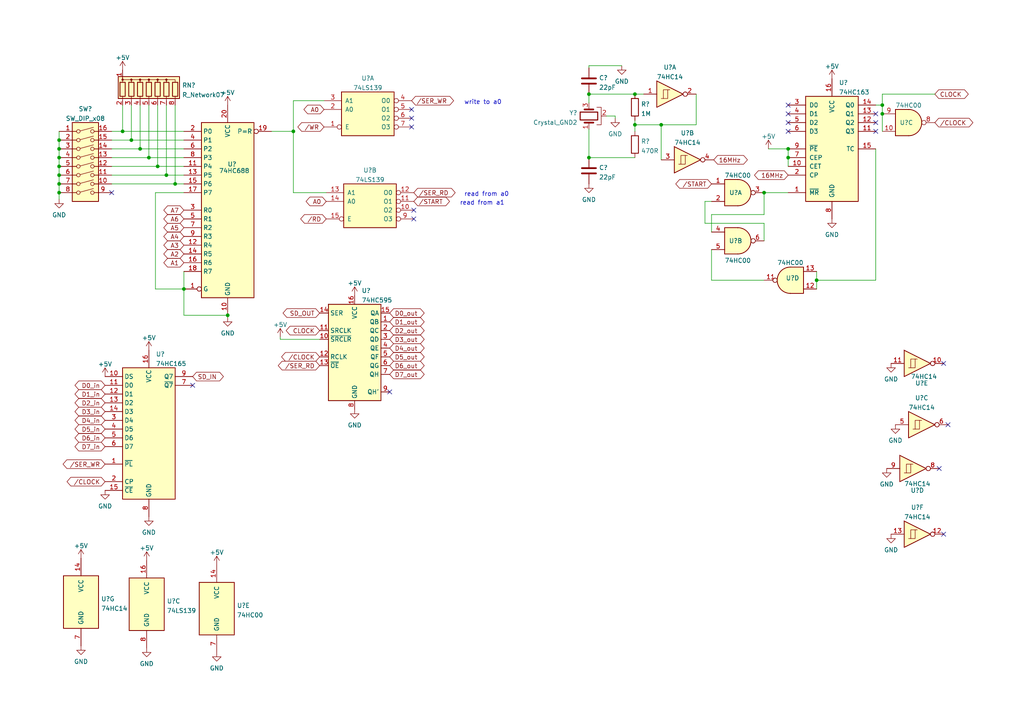
<source format=kicad_sch>
(kicad_sch (version 20211123) (generator eeschema)
  (paper "A4")
  (lib_symbols
    (symbol "74xx:74HC14" (pin_names (offset 1.016))
      (property "Reference" "U" (at 0 1.27 0))
      (property "Value" "74HC14" (at 0 -1.27 0))
      (symbol "74HC14_1_0"
        (polyline (pts (xy -3.81 3.81) (xy -3.81 -3.81) (xy 3.81 0) (xy -3.81 3.81)) (stroke (width 0.254)) (fill (type background)))
        (pin input line (at -7.62 0 0) (length 3.81) (name "~") (number "1"))
        (pin output inverted (at 7.62 0 180) (length 3.81) (name "~") (number "2"))
      )
      (symbol "74HC14_1_1"
        (polyline (pts (xy -1.905 -1.27) (xy -1.905 1.27) (xy -0.635 1.27)))
        (polyline (pts (xy -2.54 -1.27) (xy -0.635 -1.27) (xy -0.635 1.27) (xy 0 1.27)))
      )
      (symbol "74HC14_2_0"
        (polyline (pts (xy -3.81 3.81) (xy -3.81 -3.81) (xy 3.81 0) (xy -3.81 3.81)) (stroke (width 0.254)) (fill (type background)))
        (pin input line (at -7.62 0 0) (length 3.81) (name "~") (number "3"))
        (pin output inverted (at 7.62 0 180) (length 3.81) (name "~") (number "4"))
      )
      (symbol "74HC14_2_1"
        (polyline (pts (xy -1.905 -1.27) (xy -1.905 1.27) (xy -0.635 1.27)))
        (polyline (pts (xy -2.54 -1.27) (xy -0.635 -1.27) (xy -0.635 1.27) (xy 0 1.27)))
      )
      (symbol "74HC14_3_0"
        (polyline (pts (xy -3.81 3.81) (xy -3.81 -3.81) (xy 3.81 0) (xy -3.81 3.81)) (stroke (width 0.254)) (fill (type background)))
        (pin input line (at -7.62 0 0) (length 3.81) (name "~") (number "5"))
        (pin output inverted (at 7.62 0 180) (length 3.81) (name "~") (number "6"))
      )
      (symbol "74HC14_3_1"
        (polyline (pts (xy -1.905 -1.27) (xy -1.905 1.27) (xy -0.635 1.27)))
        (polyline (pts (xy -2.54 -1.27) (xy -0.635 -1.27) (xy -0.635 1.27) (xy 0 1.27)))
      )
      (symbol "74HC14_4_0"
        (polyline (pts (xy -3.81 3.81) (xy -3.81 -3.81) (xy 3.81 0) (xy -3.81 3.81)) (stroke (width 0.254)) (fill (type background)))
        (pin output inverted (at 7.62 0 180) (length 3.81) (name "~") (number "8"))
        (pin input line (at -7.62 0 0) (length 3.81) (name "~") (number "9"))
      )
      (symbol "74HC14_4_1"
        (polyline (pts (xy -1.905 -1.27) (xy -1.905 1.27) (xy -0.635 1.27)))
        (polyline (pts (xy -2.54 -1.27) (xy -0.635 -1.27) (xy -0.635 1.27) (xy 0 1.27)))
      )
      (symbol "74HC14_5_0"
        (polyline (pts (xy -3.81 3.81) (xy -3.81 -3.81) (xy 3.81 0) (xy -3.81 3.81)) (stroke (width 0.254)) (fill (type background)))
        (pin output inverted (at 7.62 0 180) (length 3.81) (name "~") (number "10"))
        (pin input line (at -7.62 0 0) (length 3.81) (name "~") (number "11"))
      )
      (symbol "74HC14_5_1"
        (polyline (pts (xy -1.905 -1.27) (xy -1.905 1.27) (xy -0.635 1.27)))
        (polyline (pts (xy -2.54 -1.27) (xy -0.635 -1.27) (xy -0.635 1.27) (xy 0 1.27)))
      )
      (symbol "74HC14_6_0"
        (polyline (pts (xy -3.81 3.81) (xy -3.81 -3.81) (xy 3.81 0) (xy -3.81 3.81)) (stroke (width 0.254)) (fill (type background)))
        (pin output inverted (at 7.62 0 180) (length 3.81) (name "~") (number "12"))
        (pin input line (at -7.62 0 0) (length 3.81) (name "~") (number "13"))
      )
      (symbol "74HC14_6_1"
        (polyline (pts (xy -1.905 -1.27) (xy -1.905 1.27) (xy -0.635 1.27)))
        (polyline (pts (xy -2.54 -1.27) (xy -0.635 -1.27) (xy -0.635 1.27) (xy 0 1.27)))
      )
      (symbol "74HC14_7_0"
        (pin power_in line (at 0 12.7 270) (length 5.08) (name "VCC") (number "14"))
        (pin power_in line (at 0 -12.7 90) (length 5.08) (name "GND") (number "7"))
      )
      (symbol "74HC14_7_1"
        (rectangle (start -5.08 7.62) (end 5.08 -7.62) (stroke (width 0.254)) (fill (type background)))
      )
    )
    (symbol "74xx:74HC688"
      (property "Reference" "U" (at -7.62 26.67 0))
      (property "Value" "74HC688" (at -7.62 -26.67 0))
      (symbol "74HC688_1_0"
        (pin input inverted (at -12.7 -22.86 0) (length 5.08) (name "G") (number "1"))
        (pin power_in line (at 0 -30.48 90) (length 5.08) (name "GND") (number "10"))
        (pin input line (at -12.7 12.7 0) (length 5.08) (name "P4") (number "11"))
        (pin input line (at -12.7 -10.16 0) (length 5.08) (name "R4") (number "12"))
        (pin input line (at -12.7 10.16 0) (length 5.08) (name "P5") (number "13"))
        (pin input line (at -12.7 -12.7 0) (length 5.08) (name "R5") (number "14"))
        (pin input line (at -12.7 7.62 0) (length 5.08) (name "P6") (number "15"))
        (pin input line (at -12.7 -15.24 0) (length 5.08) (name "R6") (number "16"))
        (pin input line (at -12.7 5.08 0) (length 5.08) (name "P7") (number "17"))
        (pin input line (at -12.7 -17.78 0) (length 5.08) (name "R7") (number "18"))
        (pin output inverted (at 12.7 22.86 180) (length 5.08) (name "P=R") (number "19"))
        (pin input line (at -12.7 22.86 0) (length 5.08) (name "P0") (number "2"))
        (pin power_in line (at 0 30.48 270) (length 5.08) (name "VCC") (number "20"))
        (pin input line (at -12.7 0 0) (length 5.08) (name "R0") (number "3"))
        (pin input line (at -12.7 20.32 0) (length 5.08) (name "P1") (number "4"))
        (pin input line (at -12.7 -2.54 0) (length 5.08) (name "R1") (number "5"))
        (pin input line (at -12.7 17.78 0) (length 5.08) (name "P2") (number "6"))
        (pin input line (at -12.7 -5.08 0) (length 5.08) (name "R2") (number "7"))
        (pin input line (at -12.7 15.24 0) (length 5.08) (name "P3") (number "8"))
        (pin input line (at -12.7 -7.62 0) (length 5.08) (name "R3") (number "9"))
      )
      (symbol "74HC688_1_1"
        (rectangle (start -7.62 25.4) (end 7.62 -25.4) (stroke (width 0.254)) (fill (type background)))
      )
    )
    (symbol "74xx:74LS00" (pin_names (offset 1.016))
      (property "Reference" "U" (at 0 1.27 0))
      (property "Value" "74LS00" (at 0 -1.27 0))
      (symbol "74LS00_1_1"
        (arc (start 0 -3.81) (mid 3.81 0) (end 0 3.81) (stroke (width 0.254)) (fill (type background)))
        (polyline (pts (xy 0 3.81) (xy -3.81 3.81) (xy -3.81 -3.81) (xy 0 -3.81)) (stroke (width 0.254)) (fill (type background)))
        (pin input line (at -7.62 2.54 0) (length 3.81) (name "~") (number "1"))
        (pin input line (at -7.62 -2.54 0) (length 3.81) (name "~") (number "2"))
        (pin output inverted (at 7.62 0 180) (length 3.81) (name "~") (number "3"))
      )
      (symbol "74LS00_1_2"
        (arc (start -3.81 -3.81) (mid -2.589 0) (end -3.81 3.81) (stroke (width 0.254)))
        (arc (start -0.6096 -3.81) (mid 2.1855 -2.584) (end 3.81 0) (stroke (width 0.254)) (fill (type background)))
        (polyline (pts (xy -3.81 -3.81) (xy -0.635 -3.81)) (stroke (width 0.254)) (fill (type background)))
        (polyline (pts (xy -3.81 3.81) (xy -0.635 3.81)) (stroke (width 0.254)) (fill (type background)))
        (polyline (pts (xy -0.635 3.81) (xy -3.81 3.81) (xy -3.81 3.81) (xy -3.556 3.4036) (xy -3.0226 2.2606) (xy -2.6924 1.0414) (xy -2.6162 -0.254) (xy -2.7686 -1.4986) (xy -3.175 -2.7178) (xy -3.81 -3.81) (xy -3.81 -3.81) (xy -0.635 -3.81)) (stroke (width -25.4)) (fill (type background)))
        (arc (start 3.81 0) (mid 2.1928 2.5925) (end -0.6096 3.81) (stroke (width 0.254)) (fill (type background)))
        (pin input inverted (at -7.62 2.54 0) (length 4.318) (name "~") (number "1"))
        (pin input inverted (at -7.62 -2.54 0) (length 4.318) (name "~") (number "2"))
        (pin output line (at 7.62 0 180) (length 3.81) (name "~") (number "3"))
      )
      (symbol "74LS00_2_1"
        (arc (start 0 -3.81) (mid 3.81 0) (end 0 3.81) (stroke (width 0.254)) (fill (type background)))
        (polyline (pts (xy 0 3.81) (xy -3.81 3.81) (xy -3.81 -3.81) (xy 0 -3.81)) (stroke (width 0.254)) (fill (type background)))
        (pin input line (at -7.62 2.54 0) (length 3.81) (name "~") (number "4"))
        (pin input line (at -7.62 -2.54 0) (length 3.81) (name "~") (number "5"))
        (pin output inverted (at 7.62 0 180) (length 3.81) (name "~") (number "6"))
      )
      (symbol "74LS00_2_2"
        (arc (start -3.81 -3.81) (mid -2.589 0) (end -3.81 3.81) (stroke (width 0.254)))
        (arc (start -0.6096 -3.81) (mid 2.1855 -2.584) (end 3.81 0) (stroke (width 0.254)) (fill (type background)))
        (polyline (pts (xy -3.81 -3.81) (xy -0.635 -3.81)) (stroke (width 0.254)) (fill (type background)))
        (polyline (pts (xy -3.81 3.81) (xy -0.635 3.81)) (stroke (width 0.254)) (fill (type background)))
        (polyline (pts (xy -0.635 3.81) (xy -3.81 3.81) (xy -3.81 3.81) (xy -3.556 3.4036) (xy -3.0226 2.2606) (xy -2.6924 1.0414) (xy -2.6162 -0.254) (xy -2.7686 -1.4986) (xy -3.175 -2.7178) (xy -3.81 -3.81) (xy -3.81 -3.81) (xy -0.635 -3.81)) (stroke (width -25.4)) (fill (type background)))
        (arc (start 3.81 0) (mid 2.1928 2.5925) (end -0.6096 3.81) (stroke (width 0.254)) (fill (type background)))
        (pin input inverted (at -7.62 2.54 0) (length 4.318) (name "~") (number "4"))
        (pin input inverted (at -7.62 -2.54 0) (length 4.318) (name "~") (number "5"))
        (pin output line (at 7.62 0 180) (length 3.81) (name "~") (number "6"))
      )
      (symbol "74LS00_3_1"
        (arc (start 0 -3.81) (mid 3.81 0) (end 0 3.81) (stroke (width 0.254)) (fill (type background)))
        (polyline (pts (xy 0 3.81) (xy -3.81 3.81) (xy -3.81 -3.81) (xy 0 -3.81)) (stroke (width 0.254)) (fill (type background)))
        (pin input line (at -7.62 -2.54 0) (length 3.81) (name "~") (number "10"))
        (pin output inverted (at 7.62 0 180) (length 3.81) (name "~") (number "8"))
        (pin input line (at -7.62 2.54 0) (length 3.81) (name "~") (number "9"))
      )
      (symbol "74LS00_3_2"
        (arc (start -3.81 -3.81) (mid -2.589 0) (end -3.81 3.81) (stroke (width 0.254)))
        (arc (start -0.6096 -3.81) (mid 2.1855 -2.584) (end 3.81 0) (stroke (width 0.254)) (fill (type background)))
        (polyline (pts (xy -3.81 -3.81) (xy -0.635 -3.81)) (stroke (width 0.254)) (fill (type background)))
        (polyline (pts (xy -3.81 3.81) (xy -0.635 3.81)) (stroke (width 0.254)) (fill (type background)))
        (polyline (pts (xy -0.635 3.81) (xy -3.81 3.81) (xy -3.81 3.81) (xy -3.556 3.4036) (xy -3.0226 2.2606) (xy -2.6924 1.0414) (xy -2.6162 -0.254) (xy -2.7686 -1.4986) (xy -3.175 -2.7178) (xy -3.81 -3.81) (xy -3.81 -3.81) (xy -0.635 -3.81)) (stroke (width -25.4)) (fill (type background)))
        (arc (start 3.81 0) (mid 2.1928 2.5925) (end -0.6096 3.81) (stroke (width 0.254)) (fill (type background)))
        (pin input inverted (at -7.62 -2.54 0) (length 4.318) (name "~") (number "10"))
        (pin output line (at 7.62 0 180) (length 3.81) (name "~") (number "8"))
        (pin input inverted (at -7.62 2.54 0) (length 4.318) (name "~") (number "9"))
      )
      (symbol "74LS00_4_1"
        (arc (start 0 -3.81) (mid 3.81 0) (end 0 3.81) (stroke (width 0.254)) (fill (type background)))
        (polyline (pts (xy 0 3.81) (xy -3.81 3.81) (xy -3.81 -3.81) (xy 0 -3.81)) (stroke (width 0.254)) (fill (type background)))
        (pin output inverted (at 7.62 0 180) (length 3.81) (name "~") (number "11"))
        (pin input line (at -7.62 2.54 0) (length 3.81) (name "~") (number "12"))
        (pin input line (at -7.62 -2.54 0) (length 3.81) (name "~") (number "13"))
      )
      (symbol "74LS00_4_2"
        (arc (start -3.81 -3.81) (mid -2.589 0) (end -3.81 3.81) (stroke (width 0.254)))
        (arc (start -0.6096 -3.81) (mid 2.1855 -2.584) (end 3.81 0) (stroke (width 0.254)) (fill (type background)))
        (polyline (pts (xy -3.81 -3.81) (xy -0.635 -3.81)) (stroke (width 0.254)) (fill (type background)))
        (polyline (pts (xy -3.81 3.81) (xy -0.635 3.81)) (stroke (width 0.254)) (fill (type background)))
        (polyline (pts (xy -0.635 3.81) (xy -3.81 3.81) (xy -3.81 3.81) (xy -3.556 3.4036) (xy -3.0226 2.2606) (xy -2.6924 1.0414) (xy -2.6162 -0.254) (xy -2.7686 -1.4986) (xy -3.175 -2.7178) (xy -3.81 -3.81) (xy -3.81 -3.81) (xy -0.635 -3.81)) (stroke (width -25.4)) (fill (type background)))
        (arc (start 3.81 0) (mid 2.1928 2.5925) (end -0.6096 3.81) (stroke (width 0.254)) (fill (type background)))
        (pin output line (at 7.62 0 180) (length 3.81) (name "~") (number "11"))
        (pin input inverted (at -7.62 2.54 0) (length 4.318) (name "~") (number "12"))
        (pin input inverted (at -7.62 -2.54 0) (length 4.318) (name "~") (number "13"))
      )
      (symbol "74LS00_5_0"
        (pin power_in line (at 0 12.7 270) (length 5.08) (name "VCC") (number "14"))
        (pin power_in line (at 0 -12.7 90) (length 5.08) (name "GND") (number "7"))
      )
      (symbol "74LS00_5_1"
        (rectangle (start -5.08 7.62) (end 5.08 -7.62) (stroke (width 0.254)) (fill (type background)))
      )
    )
    (symbol "74xx:74LS139" (pin_names (offset 1.016))
      (property "Reference" "U" (at -7.62 8.89 0))
      (property "Value" "74LS139" (at -7.62 -8.89 0))
      (symbol "74LS139_1_0"
        (pin input inverted (at -12.7 -5.08 0) (length 5.08) (name "E") (number "1"))
        (pin input line (at -12.7 0 0) (length 5.08) (name "A0") (number "2"))
        (pin input line (at -12.7 2.54 0) (length 5.08) (name "A1") (number "3"))
        (pin output inverted (at 12.7 2.54 180) (length 5.08) (name "O0") (number "4"))
        (pin output inverted (at 12.7 0 180) (length 5.08) (name "O1") (number "5"))
        (pin output inverted (at 12.7 -2.54 180) (length 5.08) (name "O2") (number "6"))
        (pin output inverted (at 12.7 -5.08 180) (length 5.08) (name "O3") (number "7"))
      )
      (symbol "74LS139_1_1"
        (rectangle (start -7.62 5.08) (end 7.62 -7.62) (stroke (width 0.254)) (fill (type background)))
      )
      (symbol "74LS139_2_0"
        (pin output inverted (at 12.7 -2.54 180) (length 5.08) (name "O2") (number "10"))
        (pin output inverted (at 12.7 0 180) (length 5.08) (name "O1") (number "11"))
        (pin output inverted (at 12.7 2.54 180) (length 5.08) (name "O0") (number "12"))
        (pin input line (at -12.7 2.54 0) (length 5.08) (name "A1") (number "13"))
        (pin input line (at -12.7 0 0) (length 5.08) (name "A0") (number "14"))
        (pin input inverted (at -12.7 -5.08 0) (length 5.08) (name "E") (number "15"))
        (pin output inverted (at 12.7 -5.08 180) (length 5.08) (name "O3") (number "9"))
      )
      (symbol "74LS139_2_1"
        (rectangle (start -7.62 5.08) (end 7.62 -7.62) (stroke (width 0.254)) (fill (type background)))
      )
      (symbol "74LS139_3_0"
        (pin power_in line (at 0 12.7 270) (length 5.08) (name "VCC") (number "16"))
        (pin power_in line (at 0 -12.7 90) (length 5.08) (name "GND") (number "8"))
      )
      (symbol "74LS139_3_1"
        (rectangle (start -5.08 7.62) (end 5.08 -7.62) (stroke (width 0.254)) (fill (type background)))
      )
    )
    (symbol "74xx:74LS163" (pin_names (offset 1.016))
      (property "Reference" "U" (at -7.62 16.51 0))
      (property "Value" "74LS163" (at -7.62 -16.51 0))
      (symbol "74LS163_1_0"
        (pin input line (at -12.7 -12.7 0) (length 5.08) (name "~{MR}") (number "1"))
        (pin input line (at -12.7 -5.08 0) (length 5.08) (name "CET") (number "10"))
        (pin output line (at 12.7 5.08 180) (length 5.08) (name "Q3") (number "11"))
        (pin output line (at 12.7 7.62 180) (length 5.08) (name "Q2") (number "12"))
        (pin output line (at 12.7 10.16 180) (length 5.08) (name "Q1") (number "13"))
        (pin output line (at 12.7 12.7 180) (length 5.08) (name "Q0") (number "14"))
        (pin output line (at 12.7 0 180) (length 5.08) (name "TC") (number "15"))
        (pin power_in line (at 0 20.32 270) (length 5.08) (name "VCC") (number "16"))
        (pin input line (at -12.7 -7.62 0) (length 5.08) (name "CP") (number "2"))
        (pin input line (at -12.7 12.7 0) (length 5.08) (name "D0") (number "3"))
        (pin input line (at -12.7 10.16 0) (length 5.08) (name "D1") (number "4"))
        (pin input line (at -12.7 7.62 0) (length 5.08) (name "D2") (number "5"))
        (pin input line (at -12.7 5.08 0) (length 5.08) (name "D3") (number "6"))
        (pin input line (at -12.7 -2.54 0) (length 5.08) (name "CEP") (number "7"))
        (pin power_in line (at 0 -20.32 90) (length 5.08) (name "GND") (number "8"))
        (pin input line (at -12.7 0 0) (length 5.08) (name "~{PE}") (number "9"))
      )
      (symbol "74LS163_1_1"
        (rectangle (start -7.62 15.24) (end 7.62 -15.24) (stroke (width 0.254)) (fill (type background)))
      )
    )
    (symbol "74xx:74LS165"
      (property "Reference" "U" (at -7.62 19.05 0))
      (property "Value" "74LS165" (at -7.62 -21.59 0))
      (symbol "74LS165_1_0"
        (pin input line (at -12.7 -10.16 0) (length 5.08) (name "~{PL}") (number "1"))
        (pin input line (at -12.7 15.24 0) (length 5.08) (name "DS") (number "10"))
        (pin input line (at -12.7 12.7 0) (length 5.08) (name "D0") (number "11"))
        (pin input line (at -12.7 10.16 0) (length 5.08) (name "D1") (number "12"))
        (pin input line (at -12.7 7.62 0) (length 5.08) (name "D2") (number "13"))
        (pin input line (at -12.7 5.08 0) (length 5.08) (name "D3") (number "14"))
        (pin input line (at -12.7 -17.78 0) (length 5.08) (name "~{CE}") (number "15"))
        (pin power_in line (at 0 22.86 270) (length 5.08) (name "VCC") (number "16"))
        (pin input line (at -12.7 -15.24 0) (length 5.08) (name "CP") (number "2"))
        (pin input line (at -12.7 2.54 0) (length 5.08) (name "D4") (number "3"))
        (pin input line (at -12.7 0 0) (length 5.08) (name "D5") (number "4"))
        (pin input line (at -12.7 -2.54 0) (length 5.08) (name "D6") (number "5"))
        (pin input line (at -12.7 -5.08 0) (length 5.08) (name "D7") (number "6"))
        (pin output line (at 12.7 12.7 180) (length 5.08) (name "~{Q7}") (number "7"))
        (pin power_in line (at 0 -25.4 90) (length 5.08) (name "GND") (number "8"))
        (pin output line (at 12.7 15.24 180) (length 5.08) (name "Q7") (number "9"))
      )
      (symbol "74LS165_1_1"
        (rectangle (start -7.62 17.78) (end 7.62 -20.32) (stroke (width 0.254)) (fill (type background)))
      )
    )
    (symbol "74xx:74LS595"
      (property "Reference" "U" (at -7.62 13.97 0))
      (property "Value" "74LS595" (at -7.62 -16.51 0))
      (symbol "74LS595_1_0"
        (pin tri_state line (at 10.16 7.62 180) (length 2.54) (name "QB") (number "1"))
        (pin input line (at -10.16 2.54 0) (length 2.54) (name "~{SRCLR}") (number "10"))
        (pin input line (at -10.16 5.08 0) (length 2.54) (name "SRCLK") (number "11"))
        (pin input line (at -10.16 -2.54 0) (length 2.54) (name "RCLK") (number "12"))
        (pin input line (at -10.16 -5.08 0) (length 2.54) (name "~{OE}") (number "13"))
        (pin input line (at -10.16 10.16 0) (length 2.54) (name "SER") (number "14"))
        (pin tri_state line (at 10.16 10.16 180) (length 2.54) (name "QA") (number "15"))
        (pin power_in line (at 0 15.24 270) (length 2.54) (name "VCC") (number "16"))
        (pin tri_state line (at 10.16 5.08 180) (length 2.54) (name "QC") (number "2"))
        (pin tri_state line (at 10.16 2.54 180) (length 2.54) (name "QD") (number "3"))
        (pin tri_state line (at 10.16 0 180) (length 2.54) (name "QE") (number "4"))
        (pin tri_state line (at 10.16 -2.54 180) (length 2.54) (name "QF") (number "5"))
        (pin tri_state line (at 10.16 -5.08 180) (length 2.54) (name "QG") (number "6"))
        (pin tri_state line (at 10.16 -7.62 180) (length 2.54) (name "QH") (number "7"))
        (pin power_in line (at 0 -17.78 90) (length 2.54) (name "GND") (number "8"))
        (pin output line (at 10.16 -12.7 180) (length 2.54) (name "QH'") (number "9"))
      )
      (symbol "74LS595_1_1"
        (rectangle (start -7.62 12.7) (end 7.62 -15.24) (stroke (width 0.254)) (fill (type background)))
      )
    )
    (symbol "Device:C" (pin_numbers hide) (pin_names (offset 0.254))
      (property "Reference" "C" (at 0.635 2.54 0))
      (property "Value" "C" (at 0.635 -2.54 0))
      (symbol "C_0_1"
        (polyline (pts (xy -2.032 -0.762) (xy 2.032 -0.762)) (stroke (width 0.508)))
        (polyline (pts (xy -2.032 0.762) (xy 2.032 0.762)) (stroke (width 0.508)))
      )
      (symbol "C_1_1"
        (pin passive line (at 0 3.81 270) (length 2.794) (name "~") (number "1"))
        (pin passive line (at 0 -3.81 90) (length 2.794) (name "~") (number "2"))
      )
    )
    (symbol "Device:Crystal_GND2" (pin_names (offset 1.016) hide)
      (property "Reference" "Y" (at 0 5.715 0))
      (property "Value" "Crystal_GND2" (at 0 3.81 0))
      (symbol "Crystal_GND2_0_1"
        (rectangle (start -1.143 2.54) (end 1.143 -2.54) (stroke (width 0.3048)))
        (polyline (pts (xy -2.54 0) (xy -1.905 0)))
        (polyline (pts (xy -1.905 -1.27) (xy -1.905 1.27)) (stroke (width 0.508)))
        (polyline (pts (xy 0 -3.81) (xy 0 -3.556)))
        (polyline (pts (xy 1.905 0) (xy 2.54 0)))
        (polyline (pts (xy 1.905 1.27) (xy 1.905 -1.27)) (stroke (width 0.508)))
        (polyline (pts (xy -2.54 -2.286) (xy -2.54 -3.556) (xy 2.54 -3.556) (xy 2.54 -2.286)))
      )
      (symbol "Crystal_GND2_1_1"
        (pin passive line (at -3.81 0 0) (length 1.27) (name "1") (number "1"))
        (pin passive line (at 0 -5.08 90) (length 1.27) (name "2") (number "2"))
        (pin passive line (at 3.81 0 180) (length 1.27) (name "3") (number "3"))
      )
    )
    (symbol "Device:R" (pin_numbers hide) (pin_names (offset 0))
      (property "Reference" "R" (at 2.032 0 90))
      (property "Value" "R" (at 0 0 90))
      (symbol "R_0_1"
        (rectangle (start -1.016 -2.54) (end 1.016 2.54) (stroke (width 0.254)))
      )
      (symbol "R_1_1"
        (pin passive line (at 0 3.81 270) (length 1.27) (name "~") (number "1"))
        (pin passive line (at 0 -3.81 90) (length 1.27) (name "~") (number "2"))
      )
    )
    (symbol "Device:R_Network07" (pin_names (offset 0) hide)
      (property "Reference" "RN" (at -10.16 0 90))
      (property "Value" "R_Network07" (at 10.16 0 90))
      (symbol "R_Network07_0_1"
        (rectangle (start -8.89 -3.175) (end 8.89 3.175) (stroke (width 0.254)) (fill (type background)))
        (rectangle (start -8.382 1.524) (end -6.858 -2.54) (stroke (width 0.254)))
        (circle (center -7.62 2.286) (radius 0.254) (fill (type outline)))
        (rectangle (start -5.842 1.524) (end -4.318 -2.54) (stroke (width 0.254)))
        (circle (center -5.08 2.286) (radius 0.254) (fill (type outline)))
        (rectangle (start -3.302 1.524) (end -1.778 -2.54) (stroke (width 0.254)))
        (circle (center -2.54 2.286) (radius 0.254) (fill (type outline)))
        (rectangle (start -0.762 1.524) (end 0.762 -2.54) (stroke (width 0.254)))
        (polyline (pts (xy -7.62 -2.54) (xy -7.62 -3.81)))
        (polyline (pts (xy -5.08 -2.54) (xy -5.08 -3.81)))
        (polyline (pts (xy -2.54 -2.54) (xy -2.54 -3.81)))
        (polyline (pts (xy 0 -2.54) (xy 0 -3.81)))
        (polyline (pts (xy 2.54 -2.54) (xy 2.54 -3.81)))
        (polyline (pts (xy 5.08 -2.54) (xy 5.08 -3.81)))
        (polyline (pts (xy 7.62 -2.54) (xy 7.62 -3.81)))
        (polyline (pts (xy -7.62 1.524) (xy -7.62 2.286) (xy -5.08 2.286) (xy -5.08 1.524)))
        (polyline (pts (xy -5.08 1.524) (xy -5.08 2.286) (xy -2.54 2.286) (xy -2.54 1.524)))
        (polyline (pts (xy -2.54 1.524) (xy -2.54 2.286) (xy 0 2.286) (xy 0 1.524)))
        (polyline (pts (xy 0 1.524) (xy 0 2.286) (xy 2.54 2.286) (xy 2.54 1.524)))
        (polyline (pts (xy 2.54 1.524) (xy 2.54 2.286) (xy 5.08 2.286) (xy 5.08 1.524)))
        (polyline (pts (xy 5.08 1.524) (xy 5.08 2.286) (xy 7.62 2.286) (xy 7.62 1.524)))
        (circle (center 0 2.286) (radius 0.254) (fill (type outline)))
        (rectangle (start 1.778 1.524) (end 3.302 -2.54) (stroke (width 0.254)))
        (circle (center 2.54 2.286) (radius 0.254) (fill (type outline)))
        (rectangle (start 4.318 1.524) (end 5.842 -2.54) (stroke (width 0.254)))
        (circle (center 5.08 2.286) (radius 0.254) (fill (type outline)))
        (rectangle (start 6.858 1.524) (end 8.382 -2.54) (stroke (width 0.254)))
      )
      (symbol "R_Network07_1_1"
        (pin passive line (at -7.62 5.08 270) (length 2.54) (name "common") (number "1"))
        (pin passive line (at -7.62 -5.08 90) (length 1.27) (name "R1") (number "2"))
        (pin passive line (at -5.08 -5.08 90) (length 1.27) (name "R2") (number "3"))
        (pin passive line (at -2.54 -5.08 90) (length 1.27) (name "R3") (number "4"))
        (pin passive line (at 0 -5.08 90) (length 1.27) (name "R4") (number "5"))
        (pin passive line (at 2.54 -5.08 90) (length 1.27) (name "R5") (number "6"))
        (pin passive line (at 5.08 -5.08 90) (length 1.27) (name "R6") (number "7"))
        (pin passive line (at 7.62 -5.08 90) (length 1.27) (name "R7") (number "8"))
      )
    )
    (symbol "Switch:SW_DIP_x08" (pin_names (offset 0) hide)
      (property "Reference" "SW" (at 0 13.97 0))
      (property "Value" "SW_DIP_x08" (at 0 -11.43 0))
      (symbol "SW_DIP_x08_0_0"
        (circle (center -2.032 -7.62) (radius 0.508))
        (circle (center -2.032 -5.08) (radius 0.508))
        (circle (center -2.032 -2.54) (radius 0.508))
        (circle (center -2.032 0) (radius 0.508))
        (circle (center -2.032 2.54) (radius 0.508))
        (circle (center -2.032 5.08) (radius 0.508))
        (circle (center -2.032 7.62) (radius 0.508))
        (circle (center -2.032 10.16) (radius 0.508))
        (polyline (pts (xy -1.524 -7.4676) (xy 2.3622 -6.4262)))
        (polyline (pts (xy -1.524 -4.9276) (xy 2.3622 -3.8862)))
        (polyline (pts (xy -1.524 -2.3876) (xy 2.3622 -1.3462)))
        (polyline (pts (xy -1.524 0.127) (xy 2.3622 1.1684)))
        (polyline (pts (xy -1.524 2.667) (xy 2.3622 3.7084)))
        (polyline (pts (xy -1.524 5.207) (xy 2.3622 6.2484)))
        (polyline (pts (xy -1.524 7.747) (xy 2.3622 8.7884)))
        (polyline (pts (xy -1.524 10.287) (xy 2.3622 11.3284)))
        (circle (center 2.032 -7.62) (radius 0.508))
        (circle (center 2.032 -5.08) (radius 0.508))
        (circle (center 2.032 -2.54) (radius 0.508))
        (circle (center 2.032 0) (radius 0.508))
        (circle (center 2.032 2.54) (radius 0.508))
        (circle (center 2.032 5.08) (radius 0.508))
        (circle (center 2.032 7.62) (radius 0.508))
        (circle (center 2.032 10.16) (radius 0.508))
      )
      (symbol "SW_DIP_x08_0_1"
        (rectangle (start -3.81 12.7) (end 3.81 -10.16) (stroke (width 0.254)) (fill (type background)))
      )
      (symbol "SW_DIP_x08_1_1"
        (pin passive line (at -7.62 10.16 0) (length 5.08) (name "~") (number "1"))
        (pin passive line (at 7.62 -5.08 180) (length 5.08) (name "~") (number "10"))
        (pin passive line (at 7.62 -2.54 180) (length 5.08) (name "~") (number "11"))
        (pin passive line (at 7.62 0 180) (length 5.08) (name "~") (number "12"))
        (pin passive line (at 7.62 2.54 180) (length 5.08) (name "~") (number "13"))
        (pin passive line (at 7.62 5.08 180) (length 5.08) (name "~") (number "14"))
        (pin passive line (at 7.62 7.62 180) (length 5.08) (name "~") (number "15"))
        (pin passive line (at 7.62 10.16 180) (length 5.08) (name "~") (number "16"))
        (pin passive line (at -7.62 7.62 0) (length 5.08) (name "~") (number "2"))
        (pin passive line (at -7.62 5.08 0) (length 5.08) (name "~") (number "3"))
        (pin passive line (at -7.62 2.54 0) (length 5.08) (name "~") (number "4"))
        (pin passive line (at -7.62 0 0) (length 5.08) (name "~") (number "5"))
        (pin passive line (at -7.62 -2.54 0) (length 5.08) (name "~") (number "6"))
        (pin passive line (at -7.62 -5.08 0) (length 5.08) (name "~") (number "7"))
        (pin passive line (at -7.62 -7.62 0) (length 5.08) (name "~") (number "8"))
        (pin passive line (at 7.62 -7.62 180) (length 5.08) (name "~") (number "9"))
      )
    )
    (symbol "power:+5V" (power) (pin_names (offset 0))
      (property "Value" "+5V" (at 0 3.556 0))
      (symbol "+5V_0_1"
        (polyline (pts (xy -0.762 1.27) (xy 0 2.54)))
        (polyline (pts (xy 0 0) (xy 0 2.54)))
        (polyline (pts (xy 0 2.54) (xy 0.762 1.27)))
      )
      (symbol "+5V_1_1"
        (pin power_in line (at 0 0 90) (length 0) hide (name "+5V") (number "1"))
      )
    )
    (symbol "power:GND" (power) (pin_names (offset 0))
      (property "Value" "GND" (at 0 -3.81 0))
      (symbol "GND_0_1"
        (polyline (pts (xy 0 0) (xy 0 -1.27) (xy 1.27 -1.27) (xy 0 -2.54) (xy -1.27 -1.27) (xy 0 -1.27)))
      )
      (symbol "GND_1_1"
        (pin power_in line (at 0 0 270) (length 0) hide (name "GND") (number "1"))
      )
    )
  )
  (junction (at 170.815 27.305))
  (junction (at 40.64 43.18))
  (junction (at 53.34 83.82))
  (junction (at 184.15 36.195))
  (junction (at 184.15 27.305))
  (junction (at 236.855 81.28))
  (junction (at 255.905 33.02))
  (junction (at 17.145 40.64))
  (junction (at 228.6 45.72))
  (junction (at 191.77 36.195))
  (junction (at 255.905 30.48))
  (junction (at 17.145 43.18))
  (junction (at 45.72 48.26))
  (junction (at 170.815 45.72))
  (junction (at 228.6 43.18))
  (junction (at 17.145 50.8))
  (junction (at 35.56 38.1))
  (junction (at 43.18 45.72))
  (junction (at 85.09 38.1))
  (junction (at 48.26 50.8))
  (junction (at 50.8 53.34))
  (junction (at 221.615 55.88))
  (junction (at 17.145 55.88))
  (junction (at 66.04 91.44))
  (junction (at 17.145 48.26))
  (junction (at 17.145 53.34))
  (junction (at 17.145 45.72))
  (junction (at 38.1 40.64))
  (no_connect (at 228.6 35.56))
  (no_connect (at 228.6 33.02))
  (no_connect (at 254 38.1))
  (no_connect (at 273.685 105.41))
  (no_connect (at 228.6 38.1))
  (no_connect (at 113.03 113.665))
  (no_connect (at 273.685 154.94))
  (no_connect (at 274.955 123.19))
  (no_connect (at 55.88 111.76))
  (no_connect (at 272.415 135.89))
  (no_connect (at 32.385 55.88))
  (no_connect (at 228.6 30.48))
  (no_connect (at 254 33.02))
  (no_connect (at 119.38 31.75))
  (no_connect (at 119.38 34.29))
  (no_connect (at 120.015 60.96))
  (no_connect (at 119.38 36.83))
  (no_connect (at 120.015 63.5))
  (no_connect (at 254 35.56))
  (wire (pts (xy 254 43.18) (xy 254 81.28)))
  (wire (pts (xy 43.18 30.48) (xy 43.18 45.72)))
  (wire (pts (xy 53.34 55.88) (xy 45.085 55.88)))
  (wire (pts (xy 221.615 64.77) (xy 221.615 69.85)))
  (wire (pts (xy 53.34 83.82) (xy 53.34 78.74)))
  (wire (pts (xy 43.18 45.72) (xy 53.34 45.72)))
  (wire (pts (xy 81.28 98.425) (xy 81.28 97.79)))
  (wire (pts (xy 221.615 81.28) (xy 206.375 81.28)))
  (wire (pts (xy 45.085 55.88) (xy 45.085 83.82)))
  (wire (pts (xy 255.905 33.02) (xy 255.905 38.1)))
  (wire (pts (xy 48.26 50.8) (xy 53.34 50.8)))
  (wire (pts (xy 206.375 58.42) (xy 204.47 58.42)))
  (wire (pts (xy 78.74 38.1) (xy 85.09 38.1)))
  (wire (pts (xy 221.615 62.23) (xy 206.375 62.23)))
  (wire (pts (xy 201.93 27.305) (xy 201.93 36.195)))
  (wire (pts (xy 204.47 58.42) (xy 204.47 64.77)))
  (wire (pts (xy 236.855 78.74) (xy 236.855 81.28)))
  (wire (pts (xy 170.815 27.305) (xy 170.815 29.845)))
  (wire (pts (xy 184.15 27.305) (xy 170.815 27.305)))
  (wire (pts (xy 17.145 38.1) (xy 17.145 40.64)))
  (wire (pts (xy 180.34 19.05) (xy 170.815 19.05)))
  (wire (pts (xy 85.09 55.88) (xy 94.615 55.88)))
  (wire (pts (xy 184.15 36.195) (xy 184.15 38.1)))
  (wire (pts (xy 40.64 43.18) (xy 53.34 43.18)))
  (wire (pts (xy 40.64 30.48) (xy 40.64 43.18)))
  (wire (pts (xy 221.615 55.88) (xy 221.615 62.23)))
  (wire (pts (xy 32.385 48.26) (xy 45.72 48.26)))
  (wire (pts (xy 32.385 50.8) (xy 48.26 50.8)))
  (wire (pts (xy 191.77 36.195) (xy 201.93 36.195)))
  (wire (pts (xy 236.855 81.28) (xy 236.855 83.82)))
  (wire (pts (xy 17.145 55.88) (xy 17.145 57.785)))
  (wire (pts (xy 48.26 30.48) (xy 48.26 50.8)))
  (wire (pts (xy 184.15 34.925) (xy 184.15 36.195)))
  (wire (pts (xy 17.145 45.72) (xy 17.145 48.26)))
  (wire (pts (xy 93.98 29.21) (xy 85.09 29.21)))
  (wire (pts (xy 45.085 83.82) (xy 53.34 83.82)))
  (wire (pts (xy 170.815 45.72) (xy 184.15 45.72)))
  (wire (pts (xy 175.895 33.655) (xy 178.435 33.655)))
  (wire (pts (xy 85.09 55.88) (xy 85.09 38.1)))
  (wire (pts (xy 17.145 48.26) (xy 17.145 50.8)))
  (wire (pts (xy 32.385 43.18) (xy 40.64 43.18)))
  (wire (pts (xy 66.04 91.44) (xy 53.34 91.44)))
  (wire (pts (xy 50.8 53.34) (xy 53.34 53.34)))
  (wire (pts (xy 255.905 30.48) (xy 255.905 33.02)))
  (wire (pts (xy 170.815 37.465) (xy 170.815 45.72)))
  (wire (pts (xy 254 30.48) (xy 255.905 30.48)))
  (wire (pts (xy 255.905 27.305) (xy 271.145 27.305)))
  (wire (pts (xy 32.385 38.1) (xy 35.56 38.1)))
  (wire (pts (xy 184.15 27.305) (xy 186.69 27.305)))
  (wire (pts (xy 254 81.28) (xy 236.855 81.28)))
  (wire (pts (xy 206.375 81.28) (xy 206.375 72.39)))
  (wire (pts (xy 85.09 29.21) (xy 85.09 38.1)))
  (wire (pts (xy 221.615 55.88) (xy 228.6 55.88)))
  (wire (pts (xy 206.375 62.23) (xy 206.375 67.31)))
  (wire (pts (xy 17.145 50.8) (xy 17.145 53.34)))
  (wire (pts (xy 228.6 43.18) (xy 222.885 43.18)))
  (wire (pts (xy 255.905 30.48) (xy 255.905 27.305)))
  (wire (pts (xy 32.385 45.72) (xy 43.18 45.72)))
  (wire (pts (xy 50.8 30.48) (xy 50.8 53.34)))
  (wire (pts (xy 38.1 30.48) (xy 38.1 40.64)))
  (wire (pts (xy 191.77 36.195) (xy 191.77 46.355)))
  (wire (pts (xy 38.1 40.64) (xy 53.34 40.64)))
  (wire (pts (xy 45.72 30.48) (xy 45.72 48.26)))
  (wire (pts (xy 204.47 64.77) (xy 221.615 64.77)))
  (wire (pts (xy 35.56 38.1) (xy 53.34 38.1)))
  (wire (pts (xy 170.815 19.05) (xy 170.815 19.685)))
  (wire (pts (xy 17.145 53.34) (xy 17.145 55.88)))
  (wire (pts (xy 66.04 92.075) (xy 66.04 91.44)))
  (wire (pts (xy 92.71 98.425) (xy 81.28 98.425)))
  (wire (pts (xy 53.34 91.44) (xy 53.34 83.82)))
  (wire (pts (xy 178.435 33.655) (xy 178.435 34.29)))
  (wire (pts (xy 17.145 40.64) (xy 17.145 43.18)))
  (wire (pts (xy 35.56 30.48) (xy 35.56 38.1)))
  (wire (pts (xy 45.72 48.26) (xy 53.34 48.26)))
  (wire (pts (xy 32.385 40.64) (xy 38.1 40.64)))
  (wire (pts (xy 228.6 48.26) (xy 228.6 45.72)))
  (wire (pts (xy 32.385 53.34) (xy 50.8 53.34)))
  (wire (pts (xy 184.15 36.195) (xy 191.77 36.195)))
  (wire (pts (xy 17.145 43.18) (xy 17.145 45.72)))
  (wire (pts (xy 228.6 45.72) (xy 228.6 43.18)))
  (text "read from a1" (at 133.35 59.69 0) (effects (font (size 1.27 1.27)) (justify left bottom)))
  (text "read from a0" (at 134.62 57.15 0) (effects (font (size 1.27 1.27)) (justify left bottom)))
  (text "write to a0" (at 134.62 30.48 0) (effects (font (size 1.27 1.27)) (justify left bottom)))
  (global_label "D3_in" (shape bidirectional) (at 30.48 119.38 180) (property "Intersheet References" "${INTERSHEET_REFS}" (effects hide)))
  (global_label "16MHz" (shape bidirectional) (at 207.01 46.355 0) (property "Intersheet References" "${INTERSHEET_REFS}" (effects hide)))
  (global_label "{slash}WR" (shape bidirectional) (at 93.98 36.83 180) (property "Intersheet References" "${INTERSHEET_REFS}" (effects hide)))
  (global_label "A3" (shape bidirectional) (at 53.34 71.12 180) (property "Intersheet References" "${INTERSHEET_REFS}" (effects hide)))
  (global_label "D1_out" (shape bidirectional) (at 113.03 93.345 0) (property "Intersheet References" "${INTERSHEET_REFS}" (effects hide)))
  (global_label "A7" (shape bidirectional) (at 53.34 60.96 180) (property "Intersheet References" "${INTERSHEET_REFS}" (effects hide)))
  (global_label "A0" (shape bidirectional) (at 93.98 31.75 180) (property "Intersheet References" "${INTERSHEET_REFS}" (effects hide)))
  (global_label "D4_in" (shape bidirectional) (at 30.48 121.92 180) (property "Intersheet References" "${INTERSHEET_REFS}" (effects hide)))
  (global_label "D2_out" (shape bidirectional) (at 113.03 95.885 0) (property "Intersheet References" "${INTERSHEET_REFS}" (effects hide)))
  (global_label "D0_out" (shape bidirectional) (at 113.03 90.805 0) (property "Intersheet References" "${INTERSHEET_REFS}" (effects hide)))
  (global_label "{slash}SER_WR" (shape bidirectional) (at 30.48 134.62 180) (property "Intersheet References" "${INTERSHEET_REFS}" (effects hide)))
  (global_label "A6" (shape bidirectional) (at 53.34 63.5 180) (property "Intersheet References" "${INTERSHEET_REFS}" (effects hide)))
  (global_label "{slash}SER_RD" (shape bidirectional) (at 92.71 106.045 180) (property "Intersheet References" "${INTERSHEET_REFS}" (effects hide)))
  (global_label "{slash}START" (shape bidirectional) (at 120.015 58.42 0) (property "Intersheet References" "${INTERSHEET_REFS}" (effects hide)))
  (global_label "D1_in" (shape bidirectional) (at 30.48 114.3 180) (property "Intersheet References" "${INTERSHEET_REFS}" (effects hide)))
  (global_label "D0_in" (shape bidirectional) (at 30.48 111.76 180) (property "Intersheet References" "${INTERSHEET_REFS}" (effects hide)))
  (global_label "SD_OUT" (shape bidirectional) (at 92.71 90.805 180) (property "Intersheet References" "${INTERSHEET_REFS}" (effects hide)))
  (global_label "A1" (shape bidirectional) (at 53.34 76.2 180) (property "Intersheet References" "${INTERSHEET_REFS}" (effects hide)))
  (global_label "D7_in" (shape bidirectional) (at 30.48 129.54 180) (property "Intersheet References" "${INTERSHEET_REFS}" (effects hide)))
  (global_label "{slash}CLOCK" (shape bidirectional) (at 271.145 35.56 0) (property "Intersheet References" "${INTERSHEET_REFS}" (effects hide)))
  (global_label "SD_IN" (shape bidirectional) (at 55.88 109.22 0) (property "Intersheet References" "${INTERSHEET_REFS}" (effects hide)))
  (global_label "{slash}CLOCK" (shape bidirectional) (at 30.48 139.7 180) (property "Intersheet References" "${INTERSHEET_REFS}" (effects hide)))
  (global_label "A4" (shape bidirectional) (at 53.34 68.58 180) (property "Intersheet References" "${INTERSHEET_REFS}" (effects hide)))
  (global_label "{slash}CLOCK" (shape bidirectional) (at 92.71 103.505 180) (property "Intersheet References" "${INTERSHEET_REFS}" (effects hide)))
  (global_label "D7_out" (shape bidirectional) (at 113.03 108.585 0) (property "Intersheet References" "${INTERSHEET_REFS}" (effects hide)))
  (global_label "D4_out" (shape bidirectional) (at 113.03 100.965 0) (property "Intersheet References" "${INTERSHEET_REFS}" (effects hide)))
  (global_label "{slash}START" (shape bidirectional) (at 206.375 53.34 180) (property "Intersheet References" "${INTERSHEET_REFS}" (effects hide)))
  (global_label "{slash}RD" (shape bidirectional) (at 94.615 63.5 180) (property "Intersheet References" "${INTERSHEET_REFS}" (effects hide)))
  (global_label "A0" (shape bidirectional) (at 94.615 58.42 180) (property "Intersheet References" "${INTERSHEET_REFS}" (effects hide)))
  (global_label "D5_out" (shape bidirectional) (at 113.03 103.505 0) (property "Intersheet References" "${INTERSHEET_REFS}" (effects hide)))
  (global_label "D6_out" (shape bidirectional) (at 113.03 106.045 0) (property "Intersheet References" "${INTERSHEET_REFS}" (effects hide)))
  (global_label "D6_in" (shape bidirectional) (at 30.48 127 180) (property "Intersheet References" "${INTERSHEET_REFS}" (effects hide)))
  (global_label "A2" (shape bidirectional) (at 53.34 73.66 180) (property "Intersheet References" "${INTERSHEET_REFS}" (effects hide)))
  (global_label "{slash}SER_RD" (shape bidirectional) (at 120.015 55.88 0) (property "Intersheet References" "${INTERSHEET_REFS}" (effects hide)))
  (global_label "D5_in" (shape bidirectional) (at 30.48 124.46 180) (property "Intersheet References" "${INTERSHEET_REFS}" (effects hide)))
  (global_label "16MHz" (shape bidirectional) (at 228.6 50.8 180) (property "Intersheet References" "${INTERSHEET_REFS}" (effects hide)))
  (global_label "D2_in" (shape bidirectional) (at 30.48 116.84 180) (property "Intersheet References" "${INTERSHEET_REFS}" (effects hide)))
  (global_label "{slash}SER_WR" (shape bidirectional) (at 119.38 29.21 0) (property "Intersheet References" "${INTERSHEET_REFS}" (effects hide)))
  (global_label "A5" (shape bidirectional) (at 53.34 66.04 180) (property "Intersheet References" "${INTERSHEET_REFS}" (effects hide)))
  (global_label "D3_out" (shape bidirectional) (at 113.03 98.425 0) (property "Intersheet References" "${INTERSHEET_REFS}" (effects hide)))
  (global_label "CLOCK" (shape bidirectional) (at 271.145 27.305 0) (property "Intersheet References" "${INTERSHEET_REFS}" (effects hide)))
  (global_label "CLOCK" (shape bidirectional) (at 92.71 95.885 180) (property "Intersheet References" "${INTERSHEET_REFS}" (effects hide)))
  (symbol (lib_id "power:GND") (at 43.18 149.86 0) (unit 1)
    (property "Reference" "#PWR?" (effects hide))
    (property "Value" "GND" (at 43.18 154.4225 0))
  )
  (symbol (lib_id "74xx:74LS139") (at 42.545 175.26 0) (unit 3)
    (property "Reference" "U?" (at 48.387 174.3515 0) (effects (justify left)))
    (property "Value" "74LS139" (at 48.387 177.1266 0) (effects (justify left)))
    (property "Datasheet" "http://www.ti.com/lit/ds/symlink/sn74ls139a.pdf" (effects hide))
  )
  (symbol (lib_id "power:+5V") (at 66.04 30.48 0) (unit 1)
    (property "Reference" "#PWR?" (effects hide))
    (property "Value" "+5V" (at 66.04 26.8755 0))
  )
  (symbol (lib_id "74xx:74HC14") (at 194.31 27.305 0) (unit 1)
    (property "Reference" "U?" (at 194.31 19.5285 0))
    (property "Value" "74HC14" (at 194.31 22.3036 0))
    (property "Datasheet" "http://www.ti.com/lit/gpn/sn74HC14" (effects hide))
  )
  (symbol (lib_id "74xx:74HC688") (at 66.04 60.96 0) (unit 1)
    (property "Reference" "U?" (at 67.31 47.625 0))
    (property "Value" "74HC688" (at 67.945 49.53 0))
    (property "Datasheet" "https://www.ti.com/lit/ds/symlink/cd54hc688.pdf" (effects hide))
  )
  (symbol (lib_id "power:+5V") (at 222.885 43.18 0) (unit 1)
    (property "Reference" "#PWR?" (effects hide))
    (property "Value" "+5V" (at 222.885 39.5755 0))
  )
  (symbol (lib_id "power:+5V") (at 81.28 97.79 0) (unit 1)
    (property "Reference" "#PWR?" (effects hide))
    (property "Value" "+5V" (at 81.28 94.1855 0))
  )
  (symbol (lib_id "power:GND") (at 180.34 19.05 0) (unit 1)
    (property "Reference" "#PWR?" (effects hide))
    (property "Value" "GND" (at 180.34 23.6125 0))
  )
  (symbol (lib_id "74xx:74LS00") (at 213.995 69.85 0) (unit 2)
    (property "Reference" "U?" (at 213.36 69.85 0))
    (property "Value" "74HC00" (at 213.995 75.565 0))
    (property "Datasheet" "http://www.ti.com/lit/gpn/sn74ls00" (effects hide))
  )
  (symbol (lib_id "power:GND") (at 42.545 187.96 0) (unit 1)
    (property "Reference" "#PWR?" (effects hide))
    (property "Value" "GND" (at 42.545 192.5225 0))
  )
  (symbol (lib_id "Device:R_Network07") (at 43.18 25.4 0) (unit 1)
    (property "Reference" "RN?" (at 52.832 24.7455 0) (effects (justify left)))
    (property "Value" "R_Network07" (at 52.832 27.5206 0) (effects (justify left)))
    (property "Footprint" "Resistor_THT:R_Array_SIP8" (effects hide))
    (property "Datasheet" "http://www.vishay.com/docs/31509/csc.pdf" (effects hide))
  )
  (symbol (lib_id "74xx:74LS139") (at 107.315 58.42 0) (unit 2)
    (property "Reference" "U?" (at 107.315 49.3735 0))
    (property "Value" "74LS139" (at 107.315 52.1486 0))
    (property "Datasheet" "http://www.ti.com/lit/ds/symlink/sn74ls139a.pdf" (effects hide))
  )
  (symbol (lib_id "power:+5V") (at 241.3 22.86 0) (unit 1)
    (property "Reference" "#PWR?" (effects hide))
    (property "Value" "+5V" (at 241.3 19.2555 0))
  )
  (symbol (lib_id "Device:R") (at 184.15 31.115 0) (unit 1)
    (property "Reference" "R?" (at 185.928 30.2065 0) (effects (justify left)))
    (property "Value" "1M" (at 185.928 32.9816 0) (effects (justify left)))
  )
  (symbol (lib_id "74xx:74LS595") (at 102.87 100.965 0) (unit 1)
    (property "Reference" "U?" (at 104.8894 84.2985 0) (effects (justify left)))
    (property "Value" "74HC595" (at 104.8894 87.0736 0) (effects (justify left)))
    (property "Datasheet" "http://www.ti.com/lit/gpn/sn74ls595" (effects hide))
  )
  (symbol (lib_id "power:GND") (at 257.175 135.89 0) (unit 1)
    (property "Reference" "#PWR?" (effects hide))
    (property "Value" "GND" (at 257.175 140.4525 0))
  )
  (symbol (lib_id "74xx:74LS00") (at 62.865 176.53 0) (unit 5)
    (property "Reference" "U?" (at 68.707 175.6215 0) (effects (justify left)))
    (property "Value" "74HC00" (at 68.707 178.3966 0) (effects (justify left)))
    (property "Datasheet" "http://www.ti.com/lit/gpn/sn74ls00" (effects hide))
  )
  (symbol (lib_id "74xx:74HC14") (at 266.065 154.94 0) (unit 6)
    (property "Reference" "U?" (at 266.065 147.1635 0))
    (property "Value" "74HC14" (at 266.065 149.9386 0))
    (property "Datasheet" "http://www.ti.com/lit/gpn/sn74HC14" (effects hide))
  )
  (symbol (lib_id "74xx:74LS165") (at 43.18 124.46 0) (unit 1)
    (property "Reference" "U?" (at 45.1994 102.7135 0) (effects (justify left)))
    (property "Value" "74HC165" (at 45.1994 105.4886 0) (effects (justify left)))
    (property "Datasheet" "https://www.ti.com/lit/ds/symlink/sn74ls165a.pdf" (effects hide))
  )
  (symbol (lib_id "power:+5V") (at 62.865 163.83 0) (unit 1)
    (property "Reference" "#PWR?" (effects hide))
    (property "Value" "+5V" (at 62.865 160.2255 0))
  )
  (symbol (lib_id "74xx:74HC14") (at 199.39 46.355 0) (unit 2)
    (property "Reference" "U?" (at 199.39 38.5785 0))
    (property "Value" "74HC14" (at 199.39 41.3536 0))
    (property "Datasheet" "http://www.ti.com/lit/gpn/sn74HC14" (effects hide))
  )
  (symbol (lib_id "power:GND") (at 259.715 123.19 0) (unit 1)
    (property "Reference" "#PWR?" (effects hide))
    (property "Value" "GND" (at 259.715 127.7525 0))
  )
  (symbol (lib_id "74xx:74HC14") (at 264.795 135.89 0) (unit 4)
    (property "Reference" "U?" (at 266.065 142.24 0))
    (property "Value" "74HC14" (at 266.065 140.335 0))
    (property "Datasheet" "http://www.ti.com/lit/gpn/sn74HC14" (effects hide))
  )
  (symbol (lib_id "power:+5V") (at 30.48 109.22 0) (unit 1)
    (property "Reference" "#PWR?" (effects hide))
    (property "Value" "+5V" (at 30.48 105.6155 0))
  )
  (symbol (lib_id "power:GND") (at 241.3 63.5 0) (unit 1)
    (property "Reference" "#PWR?" (effects hide))
    (property "Value" "GND" (at 241.3 68.0625 0))
  )
  (symbol (lib_id "power:GND") (at 66.04 92.075 0) (unit 1)
    (property "Reference" "#PWR?" (effects hide))
    (property "Value" "GND" (at 66.04 96.6375 0))
  )
  (symbol (lib_id "power:GND") (at 178.435 34.29 0) (unit 1)
    (property "Reference" "#PWR?" (effects hide))
    (property "Value" "GND" (at 178.435 38.8525 0))
  )
  (symbol (lib_id "Device:R") (at 184.15 41.91 0) (unit 1)
    (property "Reference" "R?" (at 185.928 41.0015 0) (effects (justify left)))
    (property "Value" "470R" (at 185.928 43.7766 0) (effects (justify left)))
  )
  (symbol (lib_id "power:+5V") (at 35.56 20.32 0) (unit 1)
    (property "Reference" "#PWR?" (effects hide))
    (property "Value" "+5V" (at 35.56 16.7155 0))
  )
  (symbol (lib_id "74xx:74LS00") (at 263.525 35.56 0) (unit 3)
    (property "Reference" "U?" (at 262.89 35.56 0))
    (property "Value" "74HC00" (at 263.525 30.5586 0))
    (property "Datasheet" "http://www.ti.com/lit/gpn/sn74ls00" (effects hide))
  )
  (symbol (lib_id "power:+5V") (at 43.18 101.6 0) (unit 1)
    (property "Reference" "#PWR?" (effects hide))
    (property "Value" "+5V" (at 43.18 97.9955 0))
  )
  (symbol (lib_id "74xx:74LS00") (at 229.235 81.28 180) (unit 4)
    (property "Reference" "U?" (at 229.87 80.645 0))
    (property "Value" "74HC00" (at 229.235 76.2 0))
    (property "Datasheet" "http://www.ti.com/lit/gpn/sn74ls00" (effects hide))
  )
  (symbol (lib_id "Device:C") (at 170.815 23.495 0) (unit 1)
    (property "Reference" "C?" (at 173.736 22.5865 0) (effects (justify left)))
    (property "Value" "22pF" (at 173.736 25.3616 0) (effects (justify left)))
  )
  (symbol (lib_id "power:GND") (at 170.815 53.34 0) (unit 1)
    (property "Reference" "#PWR?" (effects hide))
    (property "Value" "GND" (at 170.815 57.9025 0))
  )
  (symbol (lib_id "Switch:SW_DIP_x08") (at 24.765 48.26 0) (unit 1)
    (property "Reference" "SW?" (at 24.765 31.5935 0))
    (property "Value" "SW_DIP_x08" (at 24.765 34.3686 0))
  )
  (symbol (lib_id "power:GND") (at 102.87 118.745 0) (unit 1)
    (property "Reference" "#PWR?" (effects hide))
    (property "Value" "GND" (at 102.87 123.3075 0))
  )
  (symbol (lib_id "74xx:74LS163") (at 241.3 43.18 0) (unit 1)
    (property "Reference" "U?" (at 243.3194 23.9735 0) (effects (justify left)))
    (property "Value" "74HC163" (at 243.3194 26.7486 0) (effects (justify left)))
    (property "Datasheet" "http://www.ti.com/lit/gpn/sn74LS163" (effects hide))
  )
  (symbol (lib_id "power:+5V") (at 23.495 161.925 0) (unit 1)
    (property "Reference" "#PWR?" (effects hide))
    (property "Value" "+5V" (at 23.495 158.3205 0))
  )
  (symbol (lib_id "power:GND") (at 30.48 142.24 0) (unit 1)
    (property "Reference" "#PWR?" (effects hide))
    (property "Value" "GND" (at 30.48 146.8025 0))
  )
  (symbol (lib_id "74xx:74HC14") (at 267.335 123.19 0) (unit 3)
    (property "Reference" "U?" (at 267.335 115.4135 0))
    (property "Value" "74HC14" (at 267.335 118.1886 0))
    (property "Datasheet" "http://www.ti.com/lit/gpn/sn74HC14" (effects hide))
  )
  (symbol (lib_id "74xx:74HC14") (at 23.495 174.625 0) (unit 7)
    (property "Reference" "U?" (at 29.337 173.7165 0) (effects (justify left)))
    (property "Value" "74HC14" (at 29.337 176.4916 0) (effects (justify left)))
    (property "Datasheet" "http://www.ti.com/lit/gpn/sn74HC14" (effects hide))
  )
  (symbol (lib_id "74xx:74LS00") (at 213.995 55.88 0) (unit 1)
    (property "Reference" "U?" (at 213.36 55.88 0))
    (property "Value" "74HC00" (at 213.995 50.8786 0))
    (property "Datasheet" "http://www.ti.com/lit/gpn/sn74ls00" (effects hide))
  )
  (symbol (lib_id "power:GND") (at 62.865 189.23 0) (unit 1)
    (property "Reference" "#PWR?" (effects hide))
    (property "Value" "GND" (at 62.865 193.7925 0))
  )
  (symbol (lib_id "power:GND") (at 258.445 105.41 0) (unit 1)
    (property "Reference" "#PWR?" (effects hide))
    (property "Value" "GND" (at 258.445 109.9725 0))
  )
  (symbol (lib_id "power:GND") (at 258.445 154.94 0) (unit 1)
    (property "Reference" "#PWR?" (effects hide))
    (property "Value" "GND" (at 258.445 159.5025 0))
  )
  (symbol (lib_id "Device:C") (at 170.815 49.53 0) (unit 1)
    (property "Reference" "C?" (at 173.736 48.6215 0) (effects (justify left)))
    (property "Value" "22pF" (at 173.736 51.3966 0) (effects (justify left)))
  )
  (symbol (lib_id "74xx:74LS139") (at 106.68 31.75 0) (unit 1)
    (property "Reference" "U?" (at 106.68 22.7035 0))
    (property "Value" "74LS139" (at 106.68 25.4786 0))
    (property "Datasheet" "http://www.ti.com/lit/ds/symlink/sn74ls139a.pdf" (effects hide))
  )
  (symbol (lib_id "power:+5V") (at 102.87 85.725 0) (unit 1)
    (property "Reference" "#PWR?" (effects hide))
    (property "Value" "+5V" (at 102.87 82.1205 0))
  )
  (symbol (lib_id "power:+5V") (at 42.545 162.56 0) (unit 1)
    (property "Reference" "#PWR?" (effects hide))
    (property "Value" "+5V" (at 42.545 158.9555 0))
  )
  (symbol (lib_id "power:GND") (at 17.145 57.785 0) (unit 1)
    (property "Reference" "#PWR?" (effects hide))
    (property "Value" "GND" (at 17.145 62.3475 0))
  )
  (symbol (lib_id "power:GND") (at 23.495 187.325 0) (unit 1)
    (property "Reference" "#PWR?" (effects hide))
    (property "Value" "GND" (at 23.495 191.8875 0))
  )
  (symbol (lib_id "Device:Crystal_GND2") (at 170.815 33.655 90) (unit 1)
    (property "Reference" "Y?" (at 167.4877 32.7465 90) (effects (justify left)))
    (property "Value" "Crystal_GND2" (at 167.4877 35.5216 90) (effects (justify left)))
  )
  (symbol (lib_id "74xx:74HC14") (at 266.065 105.41 0) (unit 5)
    (property "Reference" "U?" (at 267.335 111.125 0))
    (property "Value" "74HC14" (at 267.97 109.22 0))
    (property "Datasheet" "http://www.ti.com/lit/gpn/sn74HC14" (effects hide))
  )
)
</source>
